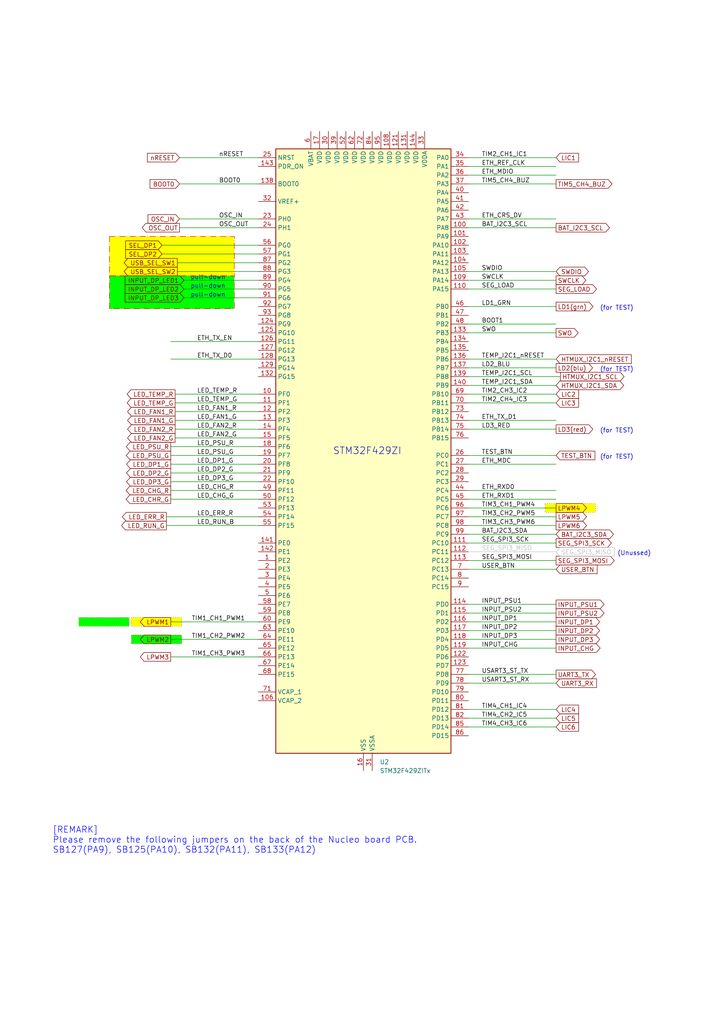
<source format=kicad_sch>
(kicad_sch (version 20230121) (generator eeschema)
  (paper "A4" portrait)
  (title_block (title "[AMDS] MCU Schematic"))
  (lib_symbols
    (symbol "MCU_ST_STM32F4:STM32F429ZITx"
      (property "Reference" "U" (at -25.4 90.17 0))
      (property "Value" "STM32F429ZITx" (at 20.32 90.17 0))
      (symbol "STM32F429ZITx_0_1"
        (rectangle (start -25.4 -86.36) (end 25.4 88.9) (stroke (width 0.254)) (fill (type background)))
      )
      (symbol "STM32F429ZITx_1_1"
        (pin bidirectional line (at -30.48 -30.48 0) (length 5.08) (name "PE2") (number "1"))
        (pin bidirectional line (at -30.48 17.78 0) (length 5.08) (name "PF0") (number "10"))
        (pin bidirectional line (at 30.48 66.04 180) (length 5.08) (name "PA8") (number "100"))
        (pin bidirectional line (at 30.48 63.5 180) (length 5.08) (name "PA9") (number "101"))
        (pin bidirectional line (at 30.48 60.96 180) (length 5.08) (name "PA10") (number "102"))
        (pin bidirectional line (at 30.48 58.42 180) (length 5.08) (name "PA11") (number "103"))
        (pin bidirectional line (at 30.48 55.88 180) (length 5.08) (name "PA12") (number "104"))
        (pin bidirectional line (at 30.48 53.34 180) (length 5.08) (name "PA13") (number "105"))
        (pin power_out line (at -30.48 -71.12 0) (length 5.08) (name "VCAP_2") (number "106"))
        (pin passive line (at 0 -91.44 90) (length 5.08) hide (name "VSS") (number "107"))
        (pin power_in line (at 7.62 93.98 270) (length 5.08) (name "VDD") (number "108"))
        (pin bidirectional line (at 30.48 50.8 180) (length 5.08) (name "PA14") (number "109"))
        (pin bidirectional line (at -30.48 15.24 0) (length 5.08) (name "PF1") (number "11"))
        (pin bidirectional line (at 30.48 48.26 180) (length 5.08) (name "PA15") (number "110"))
        (pin bidirectional line (at 30.48 -25.4 180) (length 5.08) (name "PC10") (number "111"))
        (pin bidirectional line (at 30.48 -27.94 180) (length 5.08) (name "PC11") (number "112"))
        (pin bidirectional line (at 30.48 -30.48 180) (length 5.08) (name "PC12") (number "113"))
        (pin bidirectional line (at 30.48 -43.18 180) (length 5.08) (name "PD0") (number "114"))
        (pin bidirectional line (at 30.48 -45.72 180) (length 5.08) (name "PD1") (number "115"))
        (pin bidirectional line (at 30.48 -48.26 180) (length 5.08) (name "PD2") (number "116"))
        (pin bidirectional line (at 30.48 -50.8 180) (length 5.08) (name "PD3") (number "117"))
        (pin bidirectional line (at 30.48 -53.34 180) (length 5.08) (name "PD4") (number "118"))
        (pin bidirectional line (at 30.48 -55.88 180) (length 5.08) (name "PD5") (number "119"))
        (pin bidirectional line (at -30.48 12.7 0) (length 5.08) (name "PF2") (number "12"))
        (pin passive line (at 0 -91.44 90) (length 5.08) hide (name "VSS") (number "120"))
        (pin power_in line (at 10.16 93.98 270) (length 5.08) (name "VDD") (number "121"))
        (pin bidirectional line (at 30.48 -58.42 180) (length 5.08) (name "PD6") (number "122"))
        (pin bidirectional line (at 30.48 -60.96 180) (length 5.08) (name "PD7") (number "123"))
        (pin bidirectional line (at -30.48 38.1 0) (length 5.08) (name "PG9") (number "124"))
        (pin bidirectional line (at -30.48 35.56 0) (length 5.08) (name "PG10") (number "125"))
        (pin bidirectional line (at -30.48 33.02 0) (length 5.08) (name "PG11") (number "126"))
        (pin bidirectional line (at -30.48 30.48 0) (length 5.08) (name "PG12") (number "127"))
        (pin bidirectional line (at -30.48 27.94 0) (length 5.08) (name "PG13") (number "128"))
        (pin bidirectional line (at -30.48 25.4 0) (length 5.08) (name "PG14") (number "129"))
        (pin bidirectional line (at -30.48 10.16 0) (length 5.08) (name "PF3") (number "13"))
        (pin passive line (at 0 -91.44 90) (length 5.08) hide (name "VSS") (number "130"))
        (pin power_in line (at 12.7 93.98 270) (length 5.08) (name "VDD") (number "131"))
        (pin bidirectional line (at -30.48 22.86 0) (length 5.08) (name "PG15") (number "132"))
        (pin bidirectional line (at 30.48 35.56 180) (length 5.08) (name "PB3") (number "133"))
        (pin bidirectional line (at 30.48 33.02 180) (length 5.08) (name "PB4") (number "134"))
        (pin bidirectional line (at 30.48 30.48 180) (length 5.08) (name "PB5") (number "135"))
        (pin bidirectional line (at 30.48 27.94 180) (length 5.08) (name "PB6") (number "136"))
        (pin bidirectional line (at 30.48 25.4 180) (length 5.08) (name "PB7") (number "137"))
        (pin input line (at -30.48 78.74 0) (length 5.08) (name "BOOT0") (number "138"))
        (pin bidirectional line (at 30.48 22.86 180) (length 5.08) (name "PB8") (number "139"))
        (pin bidirectional line (at -30.48 7.62 0) (length 5.08) (name "PF4") (number "14"))
        (pin bidirectional line (at 30.48 20.32 180) (length 5.08) (name "PB9") (number "140"))
        (pin bidirectional line (at -30.48 -25.4 0) (length 5.08) (name "PE0") (number "141"))
        (pin bidirectional line (at -30.48 -27.94 0) (length 5.08) (name "PE1") (number "142"))
        (pin input line (at -30.48 83.82 0) (length 5.08) (name "PDR_ON") (number "143"))
        (pin power_in line (at 15.24 93.98 270) (length 5.08) (name "VDD") (number "144"))
        (pin bidirectional line (at -30.48 5.08 0) (length 5.08) (name "PF5") (number "15"))
        (pin power_in line (at 0 -91.44 90) (length 5.08) (name "VSS") (number "16"))
        (pin power_in line (at -12.7 93.98 270) (length 5.08) (name "VDD") (number "17"))
        (pin bidirectional line (at -30.48 2.54 0) (length 5.08) (name "PF6") (number "18"))
        (pin bidirectional line (at -30.48 0 0) (length 5.08) (name "PF7") (number "19"))
        (pin bidirectional line (at -30.48 -33.02 0) (length 5.08) (name "PE3") (number "2"))
        (pin bidirectional line (at -30.48 -2.54 0) (length 5.08) (name "PF8") (number "20"))
        (pin bidirectional line (at -30.48 -5.08 0) (length 5.08) (name "PF9") (number "21"))
        (pin bidirectional line (at -30.48 -7.62 0) (length 5.08) (name "PF10") (number "22"))
        (pin bidirectional line (at -30.48 68.58 0) (length 5.08) (name "PH0") (number "23"))
        (pin bidirectional line (at -30.48 66.04 0) (length 5.08) (name "PH1") (number "24"))
        (pin input line (at -30.48 86.36 0) (length 5.08) (name "NRST") (number "25"))
        (pin bidirectional line (at 30.48 0 180) (length 5.08) (name "PC0") (number "26"))
        (pin bidirectional line (at 30.48 -2.54 180) (length 5.08) (name "PC1") (number "27"))
        (pin bidirectional line (at 30.48 -5.08 180) (length 5.08) (name "PC2") (number "28"))
        (pin bidirectional line (at 30.48 -7.62 180) (length 5.08) (name "PC3") (number "29"))
        (pin bidirectional line (at -30.48 -35.56 0) (length 5.08) (name "PE4") (number "3"))
        (pin power_in line (at -10.16 93.98 270) (length 5.08) (name "VDD") (number "30"))
        (pin power_in line (at 2.54 -91.44 90) (length 5.08) (name "VSSA") (number "31"))
        (pin input line (at -30.48 73.66 0) (length 5.08) (name "VREF+") (number "32"))
        (pin power_in line (at 17.78 93.98 270) (length 5.08) (name "VDDA") (number "33"))
        (pin bidirectional line (at 30.48 86.36 180) (length 5.08) (name "PA0") (number "34"))
        (pin bidirectional line (at 30.48 83.82 180) (length 5.08) (name "PA1") (number "35"))
        (pin bidirectional line (at 30.48 81.28 180) (length 5.08) (name "PA2") (number "36"))
        (pin bidirectional line (at 30.48 78.74 180) (length 5.08) (name "PA3") (number "37"))
        (pin passive line (at 0 -91.44 90) (length 5.08) hide (name "VSS") (number "38"))
        (pin power_in line (at -7.62 93.98 270) (length 5.08) (name "VDD") (number "39"))
        (pin bidirectional line (at -30.48 -38.1 0) (length 5.08) (name "PE5") (number "4"))
        (pin bidirectional line (at 30.48 76.2 180) (length 5.08) (name "PA4") (number "40"))
        (pin bidirectional line (at 30.48 73.66 180) (length 5.08) (name "PA5") (number "41"))
        (pin bidirectional line (at 30.48 71.12 180) (length 5.08) (name "PA6") (number "42"))
        (pin bidirectional line (at 30.48 68.58 180) (length 5.08) (name "PA7") (number "43"))
        (pin bidirectional line (at 30.48 -10.16 180) (length 5.08) (name "PC4") (number "44"))
        (pin bidirectional line (at 30.48 -12.7 180) (length 5.08) (name "PC5") (number "45"))
        (pin bidirectional line (at 30.48 43.18 180) (length 5.08) (name "PB0") (number "46"))
        (pin bidirectional line (at 30.48 40.64 180) (length 5.08) (name "PB1") (number "47"))
        (pin bidirectional line (at 30.48 38.1 180) (length 5.08) (name "PB2") (number "48"))
        (pin bidirectional line (at -30.48 -10.16 0) (length 5.08) (name "PF11") (number "49"))
        (pin bidirectional line (at -30.48 -40.64 0) (length 5.08) (name "PE6") (number "5"))
        (pin bidirectional line (at -30.48 -12.7 0) (length 5.08) (name "PF12") (number "50"))
        (pin passive line (at 0 -91.44 90) (length 5.08) hide (name "VSS") (number "51"))
        (pin power_in line (at -5.08 93.98 270) (length 5.08) (name "VDD") (number "52"))
        (pin bidirectional line (at -30.48 -15.24 0) (length 5.08) (name "PF13") (number "53"))
        (pin bidirectional line (at -30.48 -17.78 0) (length 5.08) (name "PF14") (number "54"))
        (pin bidirectional line (at -30.48 -20.32 0) (length 5.08) (name "PF15") (number "55"))
        (pin bidirectional line (at -30.48 60.96 0) (length 5.08) (name "PG0") (number "56"))
        (pin bidirectional line (at -30.48 58.42 0) (length 5.08) (name "PG1") (number "57"))
        (pin bidirectional line (at -30.48 -43.18 0) (length 5.08) (name "PE7") (number "58"))
        (pin bidirectional line (at -30.48 -45.72 0) (length 5.08) (name "PE8") (number "59"))
        (pin power_in line (at -15.24 93.98 270) (length 5.08) (name "VBAT") (number "6"))
        (pin bidirectional line (at -30.48 -48.26 0) (length 5.08) (name "PE9") (number "60"))
        (pin passive line (at 0 -91.44 90) (length 5.08) hide (name "VSS") (number "61"))
        (pin power_in line (at -2.54 93.98 270) (length 5.08) (name "VDD") (number "62"))
        (pin bidirectional line (at -30.48 -50.8 0) (length 5.08) (name "PE10") (number "63"))
        (pin bidirectional line (at -30.48 -53.34 0) (length 5.08) (name "PE11") (number "64"))
        (pin bidirectional line (at -30.48 -55.88 0) (length 5.08) (name "PE12") (number "65"))
        (pin bidirectional line (at -30.48 -58.42 0) (length 5.08) (name "PE13") (number "66"))
        (pin bidirectional line (at -30.48 -60.96 0) (length 5.08) (name "PE14") (number "67"))
        (pin bidirectional line (at -30.48 -63.5 0) (length 5.08) (name "PE15") (number "68"))
        (pin bidirectional line (at 30.48 17.78 180) (length 5.08) (name "PB10") (number "69"))
        (pin bidirectional line (at 30.48 -33.02 180) (length 5.08) (name "PC13") (number "7"))
        (pin bidirectional line (at 30.48 15.24 180) (length 5.08) (name "PB11") (number "70"))
        (pin power_out line (at -30.48 -68.58 0) (length 5.08) (name "VCAP_1") (number "71"))
        (pin power_in line (at 0 93.98 270) (length 5.08) (name "VDD") (number "72"))
        (pin bidirectional line (at 30.48 12.7 180) (length 5.08) (name "PB12") (number "73"))
        (pin bidirectional line (at 30.48 10.16 180) (length 5.08) (name "PB13") (number "74"))
        (pin bidirectional line (at 30.48 7.62 180) (length 5.08) (name "PB14") (number "75"))
        (pin bidirectional line (at 30.48 5.08 180) (length 5.08) (name "PB15") (number "76"))
        (pin bidirectional line (at 30.48 -63.5 180) (length 5.08) (name "PD8") (number "77"))
        (pin bidirectional line (at 30.48 -66.04 180) (length 5.08) (name "PD9") (number "78"))
        (pin bidirectional line (at 30.48 -68.58 180) (length 5.08) (name "PD10") (number "79"))
        (pin bidirectional line (at 30.48 -35.56 180) (length 5.08) (name "PC14") (number "8"))
        (pin bidirectional line (at 30.48 -71.12 180) (length 5.08) (name "PD11") (number "80"))
        (pin bidirectional line (at 30.48 -73.66 180) (length 5.08) (name "PD12") (number "81"))
        (pin bidirectional line (at 30.48 -76.2 180) (length 5.08) (name "PD13") (number "82"))
        (pin passive line (at 0 -91.44 90) (length 5.08) hide (name "VSS") (number "83"))
        (pin power_in line (at 2.54 93.98 270) (length 5.08) (name "VDD") (number "84"))
        (pin bidirectional line (at 30.48 -78.74 180) (length 5.08) (name "PD14") (number "85"))
        (pin bidirectional line (at 30.48 -81.28 180) (length 5.08) (name "PD15") (number "86"))
        (pin bidirectional line (at -30.48 55.88 0) (length 5.08) (name "PG2") (number "87"))
        (pin bidirectional line (at -30.48 53.34 0) (length 5.08) (name "PG3") (number "88"))
        (pin bidirectional line (at -30.48 50.8 0) (length 5.08) (name "PG4") (number "89"))
        (pin bidirectional line (at 30.48 -38.1 180) (length 5.08) (name "PC15") (number "9"))
        (pin bidirectional line (at -30.48 48.26 0) (length 5.08) (name "PG5") (number "90"))
        (pin bidirectional line (at -30.48 45.72 0) (length 5.08) (name "PG6") (number "91"))
        (pin bidirectional line (at -30.48 43.18 0) (length 5.08) (name "PG7") (number "92"))
        (pin bidirectional line (at -30.48 40.64 0) (length 5.08) (name "PG8") (number "93"))
        (pin passive line (at 0 -91.44 90) (length 5.08) hide (name "VSS") (number "94"))
        (pin power_in line (at 5.08 93.98 270) (length 5.08) (name "VDD") (number "95"))
        (pin bidirectional line (at 30.48 -15.24 180) (length 5.08) (name "PC6") (number "96"))
        (pin bidirectional line (at 30.48 -17.78 180) (length 5.08) (name "PC7") (number "97"))
        (pin bidirectional line (at 30.48 -20.32 180) (length 5.08) (name "PC8") (number "98"))
        (pin bidirectional line (at 30.48 -22.86 180) (length 5.08) (name "PC9") (number "99"))
      )
    )
  )
  (wire (pts (xy 135.89 106.68) (xy 161.29 106.68)))
  (wire (pts (xy 53.34 83.82) (xy 74.93 83.82)))
  (wire (pts (xy 135.89 154.94) (xy 161.29 154.94)))
  (wire (pts (xy 49.53 144.78) (xy 74.93 144.78)))
  (wire (pts (xy 50.8 119.38) (xy 74.93 119.38)))
  (wire (pts (xy 48.26 149.86) (xy 74.93 149.86)))
  (wire (pts (xy 49.53 137.16) (xy 74.93 137.16)))
  (wire (pts (xy 50.8 121.92) (xy 74.93 121.92)))
  (wire (pts (xy 135.89 50.8) (xy 161.29 50.8)))
  (wire (pts (xy 74.93 180.34) (xy 49.53 180.34)))
  (wire (pts (xy 135.89 149.86) (xy 161.29 149.86)))
  (wire (pts (xy 135.89 198.12) (xy 161.29 198.12)))
  (wire (pts (xy 135.89 160.02) (xy 161.29 160.02)) (stroke (width 0) (color 194 194 194 1)))
  (wire (pts (xy 135.89 185.42) (xy 161.29 185.42)))
  (wire (pts (xy 135.89 88.9) (xy 161.29 88.9)))
  (wire (pts (xy 51.435 78.74) (xy 74.93 78.74)))
  (wire (pts (xy 48.26 152.4) (xy 74.93 152.4)))
  (wire (pts (xy 135.89 124.46) (xy 161.29 124.46)))
  (wire (pts (xy 49.53 129.54) (xy 74.93 129.54)))
  (wire (pts (xy 135.89 147.32) (xy 161.29 147.32)))
  (wire (pts (xy 135.89 81.28) (xy 161.29 81.28)))
  (wire (pts (xy 49.53 139.7) (xy 74.93 139.7)))
  (wire (pts (xy 135.89 208.28) (xy 161.29 208.28)))
  (wire (pts (xy 135.89 205.74) (xy 161.29 205.74)))
  (wire (pts (xy 135.89 111.76) (xy 161.29 111.76)))
  (wire (pts (xy 49.53 104.14) (xy 74.93 104.14)))
  (wire (pts (xy 135.89 78.74) (xy 161.29 78.74)))
  (wire (pts (xy 46.99 73.66) (xy 74.93 73.66)))
  (wire (pts (xy 50.8 114.3) (xy 74.93 114.3)))
  (wire (pts (xy 50.8 116.84) (xy 74.93 116.84)))
  (wire (pts (xy 135.89 104.14) (xy 161.29 104.14)))
  (wire (pts (xy 135.89 157.48) (xy 161.29 157.48)))
  (wire (pts (xy 135.89 83.82) (xy 161.29 83.82)))
  (wire (pts (xy 53.34 81.28) (xy 74.93 81.28)))
  (wire (pts (xy 50.8 124.46) (xy 74.93 124.46)))
  (wire (pts (xy 135.89 121.92) (xy 161.29 121.92)))
  (wire (pts (xy 49.53 99.06) (xy 74.93 99.06)))
  (wire (pts (xy 135.89 144.78) (xy 161.29 144.78)))
  (wire (pts (xy 135.89 45.72) (xy 161.29 45.72)))
  (wire (pts (xy 52.07 53.34) (xy 74.93 53.34)))
  (wire (pts (xy 135.89 134.62) (xy 161.29 134.62)))
  (wire (pts (xy 135.89 142.24) (xy 161.29 142.24)))
  (wire (pts (xy 135.89 187.96) (xy 161.29 187.96)))
  (wire (pts (xy 52.07 66.04) (xy 74.93 66.04)))
  (wire (pts (xy 135.89 162.56) (xy 161.29 162.56)))
  (wire (pts (xy 135.89 53.34) (xy 161.29 53.34)))
  (wire (pts (xy 135.89 152.4) (xy 161.29 152.4)))
  (wire (pts (xy 135.89 175.26) (xy 161.29 175.26)))
  (wire (pts (xy 135.89 116.84) (xy 161.29 116.84)))
  (wire (pts (xy 135.89 93.98) (xy 161.29 93.98)))
  (wire (pts (xy 135.89 182.88) (xy 161.29 182.88)))
  (wire (pts (xy 52.07 45.72) (xy 74.93 45.72)))
  (wire (pts (xy 135.89 195.58) (xy 161.29 195.58)))
  (wire (pts (xy 135.89 114.3) (xy 161.29 114.3)))
  (wire (pts (xy 49.53 142.24) (xy 74.93 142.24)))
  (wire (pts (xy 49.53 132.08) (xy 74.93 132.08)))
  (wire (pts (xy 135.89 210.82) (xy 161.29 210.82)))
  (wire (pts (xy 135.89 109.22) (xy 162.56 109.22)))
  (wire (pts (xy 74.93 190.5) (xy 49.53 190.5)))
  (wire (pts (xy 135.89 96.52) (xy 161.29 96.52)))
  (wire (pts (xy 74.93 185.42) (xy 49.53 185.42)))
  (wire (pts (xy 135.89 180.34) (xy 161.29 180.34)))
  (wire (pts (xy 135.89 165.1) (xy 161.29 165.1)))
  (wire (pts (xy 135.89 63.5) (xy 161.29 63.5)))
  (wire (pts (xy 51.435 76.2) (xy 74.93 76.2)))
  (wire (pts (xy 135.89 66.04) (xy 161.29 66.04)))
  (wire (pts (xy 46.99 71.12) (xy 74.93 71.12)))
  (wire (pts (xy 135.89 132.08) (xy 161.29 132.08)))
  (wire (pts (xy 53.34 86.36) (xy 74.93 86.36)))
  (wire (pts (xy 135.89 177.8) (xy 161.29 177.8)))
  (wire (pts (xy 135.89 48.26) (xy 161.29 48.26)))
  (wire (pts (xy 49.53 134.62) (xy 74.93 134.62)))
  (wire (pts (xy 52.07 63.5) (xy 74.93 63.5)))
  (wire (pts (xy 50.8 127) (xy 74.93 127)))
  (rectangle (start 31.75 68.58) (end 67.945 80.01) (stroke (width 0) (type dash_dot) (color 255 0 0 1)) (fill (type color) (color 255 255 0 1)))
  (rectangle (start 22.86 179.07) (end 37.465 181.61) (stroke (width 0) (type dot) (color 255 0 0 1)) (fill (type color) (color 0 255 0 1)))
  (rectangle (start 38.1 179.07) (end 52.705 181.61) (stroke (width 0) (type dot) (color 255 0 0 1)) (fill (type color) (color 255 255 0 1)))
  (rectangle (start 158.115 146.05) (end 172.72 148.59) (stroke (width 0) (type dot) (color 255 0 0 1)) (fill (type color) (color 255 255 0 1)))
  (rectangle (start 31.75 80.01) (end 67.945 89.535) (stroke (width 0) (type dash_dot) (color 255 0 0 1)) (fill (type color) (color 0 255 0 1)))
  (rectangle (start 38.1 184.15) (end 52.705 186.69) (stroke (width 0) (type dot) (color 255 0 0 1)) (fill (type color) (color 0 255 0 1)))
  (text "STM32F429ZI" (at 96.52 132.08 0) (effects (font (size 2 2)) (justify left bottom)))
  (text "(for TEST)" (at 173.99 107.95 0) (effects (font (size 1.27 1.27)) (justify left bottom)))
  (text "(for TEST)" (at 173.99 125.73 0) (effects (font (size 1.27 1.27)) (justify left bottom)))
  (text "pull-down" (at 55.245 86.36 0) (effects (font (size 1.27 1.27)) (justify left bottom)))
  (text "[REMARK]\nPlease remove the following jumpers on the back of the Nucleo board PCB.\nSB127(PA9), SB125(PA10), SB132(PA11), SB133(PA12)" (at 15.24 247.65 0) (effects (font (size 1.8 1.8)) (justify left bottom)))
  (text "pull-down" (at 55.245 83.82 0) (effects (font (size 1.27 1.27)) (justify left bottom)))
  (text "(for TEST)" (at 173.99 90.17 0) (effects (font (size 1.27 1.27)) (justify left bottom)))
  (text "(Unussed)" (at 179.07 161.29 0) (effects (font (size 1.27 1.27)) (justify left bottom)))
  (text "pull-down" (at 55.245 81.28 0) (effects (font (size 1.27 1.27)) (justify left bottom)))
  (text "(for TEST)" (at 173.99 133.35 0) (effects (font (size 1.27 1.27)) (justify left bottom)))
  (label "ETH_MDC" (at 139.7 134.62 0))
  (label "TEST_BTN" (at 139.7 132.08 0))
  (label "SEG_SPI3_MISO" (at 139.7 160.02 0))
  (label "LED_CHG_R" (at 57.15 142.24 0))
  (label "OSC_IN" (at 63.5 63.5 0))
  (label "LED_FAN1_R" (at 57.15 119.38 0))
  (label "LED_DP2_G" (at 57.15 137.16 0))
  (label "TEMP_I2C1_SCL" (at 139.7 109.22 0))
  (label "TIM5_CH4_BUZ" (at 139.7 53.34 0))
  (label "ETH_CRS_DV" (at 139.7 63.5 0))
  (label "USART3_ST_RX" (at 139.7 198.12 0))
  (label "OSC_OUT" (at 63.5 66.04 0))
  (label "SWCLK" (at 139.7 81.28 0))
  (label "INPUT_PSU1" (at 139.7 175.26 0))
  (label "LD1_GRN" (at 139.7 88.9 0))
  (label "ETH_TX_D0" (at 57.15 104.14 0))
  (label "ETH_REF_CLK" (at 139.7 48.26 0))
  (label "LED_PSU_G" (at 57.15 132.08 0))
  (label "LED_TEMP_R" (at 57.15 114.3 0))
  (label "TIM2_CH3_IC2" (at 139.7 114.3 0))
  (label "TIM1_CH1_PWM1" (at 71.12 180.34 180))
  (label "BAT_I2C3_SCL" (at 139.7 66.04 0))
  (label "USER_BTN" (at 139.7 165.1 0))
  (label "USART3_ST_TX" (at 139.7 195.58 0))
  (label "SWO" (at 139.7 96.52 0))
  (label "SWDIO" (at 139.7 78.74 0))
  (label "INPUT_DP2" (at 139.7 182.88 0))
  (label "ETH_TX_D1" (at 139.7 121.92 0))
  (label "TEMP_I2C1_nRESET" (at 139.7 104.14 0))
  (label "LED_RUN_B" (at 57.15 152.4 0))
  (label "TIM4_CH1_IC4" (at 139.7 205.74 0))
  (label "TIM3_CH3_PWM6" (at 139.7 152.4 0))
  (label "TIM4_CH3_IC6" (at 139.7 210.82 0))
  (label "LED_PSU_R" (at 57.15 129.54 0))
  (label "INPUT_DP1" (at 139.7 180.34 0))
  (label "SEG_LOAD" (at 139.7 83.82 0))
  (label "nRESET" (at 63.5 45.72 0))
  (label "TEMP_I2C1_SDA" (at 139.7 111.76 0))
  (label "LD2_BLU" (at 139.7 106.68 0))
  (label "LED_FAN2_G" (at 57.15 127 0))
  (label "BOOT0" (at 63.5 53.34 0))
  (label "ETH_RXD0" (at 139.7 142.24 0))
  (label "INPUT_DP3" (at 139.7 185.42 0))
  (label "LED_FAN1_G" (at 57.15 121.92 0))
  (label "LED_CHG_G" (at 57.15 144.78 0))
  (label "LED_DP3_G" (at 57.15 139.7 0))
  (label "ETH_RXD1" (at 139.7 144.78 0))
  (label "LED_FAN2_R" (at 57.15 124.46 0))
  (label "BAT_I2C3_SDA" (at 139.7 154.94 0))
  (label "TIM1_CH2_PWM2" (at 71.12 185.42 180))
  (label "ETH_MDIO" (at 139.7 50.8 0))
  (label "INPUT_PSU2" (at 139.7 177.8 0))
  (label "TIM2_CH1_IC1" (at 139.7 45.72 0))
  (label "BOOT1" (at 139.7 93.98 0))
  (label "LED_DP1_G" (at 57.15 134.62 0))
  (label "TIM1_CH3_PWM3" (at 71.12 190.5 180))
  (label "LD3_RED" (at 139.7 124.46 0))
  (label "LED_ERR_R" (at 57.15 149.86 0))
  (label "TIM3_CH1_PWM4" (at 139.7 147.32 0))
  (label "INPUT_CHG" (at 139.7 187.96 0))
  (label "SEG_SPI3_SCK" (at 139.7 157.48 0))
  (label "TIM4_CH2_IC5" (at 139.7 208.28 0))
  (label "TIM3_CH2_PWM5" (at 139.7 149.86 0))
  (label "ETH_TX_EN" (at 57.15 99.06 0))
  (label "LED_TEMP_G" (at 57.15 116.84 0))
  (label "SEG_SPI3_MOSI" (at 139.7 162.56 0))
  (label "TIM2_CH4_IC3" (at 139.7 116.84 0))
  (global_label "LIC5" (shape input) (at 161.29 208.28 0) (property "Intersheetrefs" "${INTERSHEET_REFS}" (effects hide)))
  (global_label "LED_TEMP_G" (shape output) (at 50.8 116.84 180) (property "Intersheetrefs" "${INTERSHEET_REFS}" (effects hide)))
  (global_label "INPUT_DP3" (shape output) (at 161.29 185.42 0) (property "Intersheetrefs" "${INTERSHEET_REFS}" (effects hide)))
  (global_label "LED_DP3_G" (shape output) (at 49.53 139.7 180) (property "Intersheetrefs" "${INTERSHEET_REFS}" (effects hide)))
  (global_label "SWCLK" (shape output) (at 161.29 81.28 0) (property "Intersheetrefs" "${INTERSHEET_REFS}" (effects hide)))
  (global_label "INPUT_CHG" (shape output) (at 161.29 187.96 0) (property "Intersheetrefs" "${INTERSHEET_REFS}" (effects hide)))
  (global_label "USB_SEL_SW2" (shape output) (at 51.435 78.74 180) (property "Intersheetrefs" "${INTERSHEET_REFS}" (effects hide)))
  (global_label "HTMUX_I2C1_nRESET" (shape input) (at 161.29 104.14 0) (property "Intersheetrefs" "${INTERSHEET_REFS}" (effects hide)))
  (global_label "LED_FAN2_G" (shape output) (at 50.8 127 180) (property "Intersheetrefs" "${INTERSHEET_REFS}" (effects hide)))
  (global_label "LED_DP1_G" (shape output) (at 49.53 134.62 180) (property "Intersheetrefs" "${INTERSHEET_REFS}" (effects hide)))
  (global_label "SEL_DP2" (shape input) (at 46.99 73.66 180) (property "Intersheetrefs" "${INTERSHEET_REFS}" (effects hide)))
  (global_label "INPUT_DP_LED2" (shape input) (at 53.34 83.82 180) (property "Intersheetrefs" "${INTERSHEET_REFS}" (effects hide)))
  (global_label "OSC_IN" (shape input) (at 52.07 63.5 180) (property "Intersheetrefs" "${INTERSHEET_REFS}" (effects hide)))
  (global_label "LED_PSU_G" (shape output) (at 49.53 132.08 180) (property "Intersheetrefs" "${INTERSHEET_REFS}" (effects hide)))
  (global_label "TIM5_CH4_BUZ" (shape output) (at 161.29 53.34 0) (property "Intersheetrefs" "${INTERSHEET_REFS}" (effects hide)))
  (global_label "USB_SEL_SW1" (shape output) (at 51.435 76.2 180) (property "Intersheetrefs" "${INTERSHEET_REFS}" (effects hide)))
  (global_label "LED_FAN1_G" (shape output) (at 50.8 121.92 180) (property "Intersheetrefs" "${INTERSHEET_REFS}" (effects hide)))
  (global_label "LED_FAN2_R" (shape output) (at 50.8 124.46 180) (property "Intersheetrefs" "${INTERSHEET_REFS}" (effects hide)))
  (global_label "SEG_LOAD" (shape output) (at 161.29 83.82 0) (property "Intersheetrefs" "${INTERSHEET_REFS}" (effects hide)))
  (global_label "SEG_SPI3_MISO" (shape input) (at 161.29 160.02 0) (property "Intersheetrefs" "${INTERSHEET_REFS}" (effects hide)))
  (global_label "INPUT_DP2" (shape output) (at 161.29 182.88 0) (property "Intersheetrefs" "${INTERSHEET_REFS}" (effects hide)))
  (global_label "SEG_SPI3_SCK" (shape output) (at 161.29 157.48 0) (property "Intersheetrefs" "${INTERSHEET_REFS}" (effects hide)))
  (global_label "LIC4" (shape input) (at 161.29 205.74 0) (property "Intersheetrefs" "${INTERSHEET_REFS}" (effects hide)))
  (global_label "INPUT_DP_LED1" (shape input) (at 53.34 81.28 180) (property "Intersheetrefs" "${INTERSHEET_REFS}" (effects hide)))
  (global_label "LPWM4" (shape output) (at 161.29 147.32 0) (property "Intersheetrefs" "${INTERSHEET_REFS}" (effects hide)))
  (global_label "BOOT0" (shape input) (at 52.07 53.34 180) (property "Intersheetrefs" "${INTERSHEET_REFS}" (effects hide)))
  (global_label "LPWM3" (shape output) (at 49.53 190.5 180) (property "Intersheetrefs" "${INTERSHEET_REFS}" (effects hide)))
  (global_label "LD3(red)" (shape output) (at 161.29 124.46 0) (property "Intersheetrefs" "${INTERSHEET_REFS}" (effects hide)))
  (global_label "USER_BTN" (shape input) (at 161.29 165.1 0) (property "Intersheetrefs" "${INTERSHEET_REFS}" (effects hide)))
  (global_label "SEG_SPI3_MOSI" (shape output) (at 161.29 162.56 0) (property "Intersheetrefs" "${INTERSHEET_REFS}" (effects hide)))
  (global_label "INPUT_PSU2" (shape output) (at 161.29 177.8 0) (property "Intersheetrefs" "${INTERSHEET_REFS}" (effects hide)))
  (global_label "LD2(blu)" (shape output) (at 161.29 106.68 0) (property "Intersheetrefs" "${INTERSHEET_REFS}" (effects hide)))
  (global_label "UART3_TX" (shape output) (at 161.29 195.58 0) (property "Intersheetrefs" "${INTERSHEET_REFS}" (effects hide)))
  (global_label "LPWM5" (shape output) (at 161.29 149.86 0) (property "Intersheetrefs" "${INTERSHEET_REFS}" (effects hide)))
  (global_label "LED_FAN1_R" (shape output) (at 50.8 119.38 180) (property "Intersheetrefs" "${INTERSHEET_REFS}" (effects hide)))
  (global_label "OSC_OUT" (shape output) (at 52.07 66.04 180) (property "Intersheetrefs" "${INTERSHEET_REFS}" (effects hide)))
  (global_label "HTMUX_I2C1_SCL" (shape output) (at 162.56 109.22 0) (property "Intersheetrefs" "${INTERSHEET_REFS}" (effects hide)))
  (global_label "INPUT_DP1" (shape output) (at 161.29 180.34 0) (property "Intersheetrefs" "${INTERSHEET_REFS}" (effects hide)))
  (global_label "LED_RUN_G" (shape output) (at 48.26 152.4 180) (property "Intersheetrefs" "${INTERSHEET_REFS}" (effects hide)))
  (global_label "LED_CHG_R" (shape output) (at 49.53 142.24 180) (property "Intersheetrefs" "${INTERSHEET_REFS}" (effects hide)))
  (global_label "LD1(grn)" (shape output) (at 161.29 88.9 0) (property "Intersheetrefs" "${INTERSHEET_REFS}" (effects hide)))
  (global_label "LPWM6" (shape output) (at 161.29 152.4 0) (property "Intersheetrefs" "${INTERSHEET_REFS}" (effects hide)))
  (global_label "SWO" (shape output) (at 161.29 96.52 0) (property "Intersheetrefs" "${INTERSHEET_REFS}" (effects hide)))
  (global_label "nRESET" (shape input) (at 52.07 45.72 180) (property "Intersheetrefs" "${INTERSHEET_REFS}" (effects hide)))
  (global_label "LED_CHR_G" (shape output) (at 49.53 144.78 180) (property "Intersheetrefs" "${INTERSHEET_REFS}" (effects hide)))
  (global_label "LIC6" (shape input) (at 161.29 210.82 0) (property "Intersheetrefs" "${INTERSHEET_REFS}" (effects hide)))
  (global_label "INPUT_DP_LED3" (shape input) (at 53.34 86.36 180) (property "Intersheetrefs" "${INTERSHEET_REFS}" (effects hide)))
  (global_label "LED_ERR_R" (shape output) (at 48.26 149.86 180) (property "Intersheetrefs" "${INTERSHEET_REFS}" (effects hide)))
  (global_label "LED_DP2_G" (shape output) (at 49.53 137.16 180) (property "Intersheetrefs" "${INTERSHEET_REFS}" (effects hide)))
  (global_label "HTMUX_I2C1_SDA" (shape bidirectional) (at 161.29 111.76 0) (property "Intersheetrefs" "${INTERSHEET_REFS}" (effects hide)))
  (global_label "LIC3" (shape input) (at 161.29 116.84 0) (property "Intersheetrefs" "${INTERSHEET_REFS}" (effects hide)))
  (global_label "TEST_BTN" (shape input) (at 161.29 132.08 0) (property "Intersheetrefs" "${INTERSHEET_REFS}" (effects hide)))
  (global_label "LIC1" (shape input) (at 161.29 45.72 0) (property "Intersheetrefs" "${INTERSHEET_REFS}" (effects hide)))
  (global_label "LPWM1" (shape output) (at 49.53 180.34 180) (property "Intersheetrefs" "${INTERSHEET_REFS}" (effects hide)))
  (global_label "INPUT_PSU1" (shape output) (at 161.29 175.26 0) (property "Intersheetrefs" "${INTERSHEET_REFS}" (effects hide)))
  (global_label "LED_TEMP_R" (shape output) (at 50.8 114.3 180) (property "Intersheetrefs" "${INTERSHEET_REFS}" (effects hide)))
  (global_label "UART3_RX" (shape input) (at 161.29 198.12 0) (property "Intersheetrefs" "${INTERSHEET_REFS}" (effects hide)))
  (global_label "LIC2" (shape input) (at 161.29 114.3 0) (property "Intersheetrefs" "${INTERSHEET_REFS}" (effects hide)))
  (global_label "SEL_DP1" (shape input) (at 46.99 71.12 180) (property "Intersheetrefs" "${INTERSHEET_REFS}" (effects hide)))
  (global_label "LPWM2" (shape output) (at 49.53 185.42 180) (property "Intersheetrefs" "${INTERSHEET_REFS}" (effects hide)))
  (global_label "BAT_I2C3_SDA" (shape bidirectional) (at 161.29 154.94 0) (property "Intersheetrefs" "${INTERSHEET_REFS}" (effects hide)))
  (global_label "LED_PSU_R" (shape output) (at 49.53 129.54 180) (property "Intersheetrefs" "${INTERSHEET_REFS}" (effects hide)))
  (global_label "BAT_I2C3_SCL" (shape output) (at 161.29 66.04 0) (property "Intersheetrefs" "${INTERSHEET_REFS}" (effects hide)))
  (global_label "SWDIO" (shape bidirectional) (at 161.29 78.74 0) (property "Intersheetrefs" "${INTERSHEET_REFS}" (effects hide)))
  (symbol (lib_id "MCU_ST_STM32F4:STM32F429ZITx") (at 105.41 132.08 0) (unit 1)
    (property "Reference" "U2" (at 110.1441 220.98 0) (effects (justify left)))
    (property "Value" "STM32F429ZITx" (at 110.1441 223.52 0) (effects (justify left)))
    (property "Footprint" "Package_QFP:LQFP-144_20x20mm_P0.5mm" (effects hide))
    (property "Datasheet" "https://www.st.com/resource/en/datasheet/stm32f429zi.pdf" (effects hide))
  )
)
</source>
